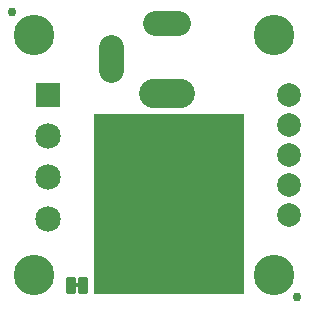
<source format=gbs>
G04 EAGLE Gerber RS-274X export*
G75*
%MOMM*%
%FSLAX34Y34*%
%LPD*%
%INSoldermask Bottom*%
%IPPOS*%
%AMOC8*
5,1,8,0,0,1.08239X$1,22.5*%
G01*
%ADD10R,12.700000X15.240000*%
%ADD11C,0.762000*%
%ADD12R,2.159000X2.159000*%
%ADD13C,2.159000*%
%ADD14C,2.127000*%
%ADD15C,2.427000*%
%ADD16C,2.006600*%
%ADD17C,0.228344*%
%ADD18C,3.429000*%

G36*
X62930Y14617D02*
X62930Y14617D01*
X62996Y14619D01*
X63039Y14637D01*
X63086Y14645D01*
X63143Y14679D01*
X63203Y14704D01*
X63238Y14735D01*
X63279Y14760D01*
X63321Y14811D01*
X63369Y14855D01*
X63391Y14897D01*
X63420Y14934D01*
X63441Y14996D01*
X63472Y15055D01*
X63480Y15109D01*
X63492Y15146D01*
X63491Y15186D01*
X63499Y15240D01*
X63499Y17780D01*
X63488Y17845D01*
X63486Y17911D01*
X63468Y17954D01*
X63460Y18001D01*
X63426Y18058D01*
X63401Y18118D01*
X63370Y18153D01*
X63345Y18194D01*
X63294Y18236D01*
X63250Y18284D01*
X63208Y18306D01*
X63171Y18335D01*
X63109Y18356D01*
X63050Y18387D01*
X62996Y18395D01*
X62959Y18407D01*
X62919Y18406D01*
X62865Y18414D01*
X59055Y18414D01*
X58990Y18403D01*
X58924Y18401D01*
X58881Y18383D01*
X58834Y18375D01*
X58777Y18341D01*
X58717Y18316D01*
X58682Y18285D01*
X58641Y18260D01*
X58600Y18209D01*
X58551Y18165D01*
X58529Y18123D01*
X58500Y18086D01*
X58479Y18024D01*
X58448Y17965D01*
X58440Y17911D01*
X58428Y17874D01*
X58428Y17871D01*
X58429Y17834D01*
X58421Y17780D01*
X58421Y15240D01*
X58432Y15175D01*
X58434Y15109D01*
X58452Y15066D01*
X58460Y15019D01*
X58494Y14962D01*
X58519Y14902D01*
X58550Y14867D01*
X58575Y14826D01*
X58626Y14785D01*
X58670Y14736D01*
X58712Y14714D01*
X58749Y14685D01*
X58811Y14664D01*
X58870Y14633D01*
X58924Y14625D01*
X58961Y14613D01*
X59001Y14614D01*
X59055Y14606D01*
X62865Y14606D01*
X62930Y14617D01*
G37*
D10*
X139700Y85090D03*
D11*
X247650Y6350D03*
X6350Y247650D03*
D12*
X36830Y177800D03*
D13*
X36830Y142800D03*
X36830Y107800D03*
X36830Y72800D03*
D14*
X127160Y238760D02*
X147160Y238760D01*
X90170Y218280D02*
X90170Y198280D01*
D15*
X125660Y179070D02*
X148660Y179070D01*
D16*
X241300Y177800D03*
X241300Y152400D03*
X241300Y127000D03*
X241300Y101600D03*
X241300Y76200D03*
D17*
X68963Y22354D02*
X63371Y22354D01*
X68963Y22354D02*
X68963Y10666D01*
X63371Y10666D01*
X63371Y22354D01*
X63371Y12835D02*
X68963Y12835D01*
X68963Y15004D02*
X63371Y15004D01*
X63371Y17173D02*
X68963Y17173D01*
X68963Y19342D02*
X63371Y19342D01*
X63371Y21511D02*
X68963Y21511D01*
X58549Y22354D02*
X52957Y22354D01*
X58549Y22354D02*
X58549Y10666D01*
X52957Y10666D01*
X52957Y22354D01*
X52957Y12835D02*
X58549Y12835D01*
X58549Y15004D02*
X52957Y15004D01*
X52957Y17173D02*
X58549Y17173D01*
X58549Y19342D02*
X52957Y19342D01*
X52957Y21511D02*
X58549Y21511D01*
D18*
X25400Y25400D03*
X228600Y25400D03*
X228600Y228600D03*
X25400Y228600D03*
M02*

</source>
